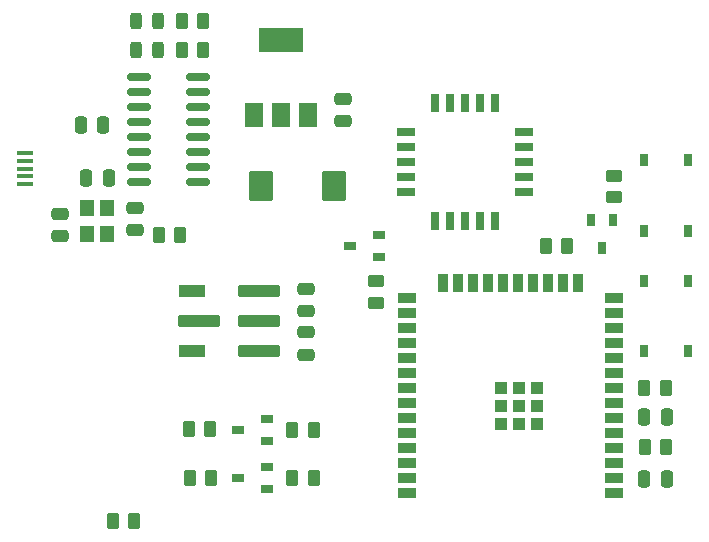
<source format=gtp>
G04 #@! TF.GenerationSoftware,KiCad,Pcbnew,7.0.7*
G04 #@! TF.CreationDate,2023-11-16T11:56:59+01:00*
G04 #@! TF.ProjectId,ithowifi_4l,6974686f-7769-4666-995f-346c2e6b6963,rev?*
G04 #@! TF.SameCoordinates,Original*
G04 #@! TF.FileFunction,Paste,Top*
G04 #@! TF.FilePolarity,Positive*
%FSLAX46Y46*%
G04 Gerber Fmt 4.6, Leading zero omitted, Abs format (unit mm)*
G04 Created by KiCad (PCBNEW 7.0.7) date 2023-11-16 11:56:59*
%MOMM*%
%LPD*%
G01*
G04 APERTURE LIST*
G04 Aperture macros list*
%AMRoundRect*
0 Rectangle with rounded corners*
0 $1 Rounding radius*
0 $2 $3 $4 $5 $6 $7 $8 $9 X,Y pos of 4 corners*
0 Add a 4 corners polygon primitive as box body*
4,1,4,$2,$3,$4,$5,$6,$7,$8,$9,$2,$3,0*
0 Add four circle primitives for the rounded corners*
1,1,$1+$1,$2,$3*
1,1,$1+$1,$4,$5*
1,1,$1+$1,$6,$7*
1,1,$1+$1,$8,$9*
0 Add four rect primitives between the rounded corners*
20,1,$1+$1,$2,$3,$4,$5,0*
20,1,$1+$1,$4,$5,$6,$7,0*
20,1,$1+$1,$6,$7,$8,$9,0*
20,1,$1+$1,$8,$9,$2,$3,0*%
G04 Aperture macros list end*
%ADD10R,1.500000X0.900000*%
%ADD11R,0.900000X1.500000*%
%ADD12R,1.050000X1.050000*%
%ADD13RoundRect,0.250000X0.262500X0.450000X-0.262500X0.450000X-0.262500X-0.450000X0.262500X-0.450000X0*%
%ADD14RoundRect,0.250000X-0.262500X-0.450000X0.262500X-0.450000X0.262500X0.450000X-0.262500X0.450000X0*%
%ADD15RoundRect,0.250000X0.450000X-0.262500X0.450000X0.262500X-0.450000X0.262500X-0.450000X-0.262500X0*%
%ADD16R,1.350000X0.400000*%
%ADD17RoundRect,0.250000X0.250000X0.475000X-0.250000X0.475000X-0.250000X-0.475000X0.250000X-0.475000X0*%
%ADD18R,1.000000X0.700000*%
%ADD19R,1.500000X2.000000*%
%ADD20R,3.800000X2.000000*%
%ADD21R,0.800000X1.500000*%
%ADD22R,1.500000X0.800000*%
%ADD23RoundRect,0.105000X1.655000X-0.420000X1.655000X0.420000X-1.655000X0.420000X-1.655000X-0.420000X0*%
%ADD24RoundRect,0.105000X1.005000X-0.420000X1.005000X0.420000X-1.005000X0.420000X-1.005000X-0.420000X0*%
%ADD25RoundRect,0.250000X0.475000X-0.250000X0.475000X0.250000X-0.475000X0.250000X-0.475000X-0.250000X0*%
%ADD26RoundRect,0.250000X-0.475000X0.250000X-0.475000X-0.250000X0.475000X-0.250000X0.475000X0.250000X0*%
%ADD27R,0.700000X1.000000*%
%ADD28RoundRect,0.250000X-0.787500X-1.025000X0.787500X-1.025000X0.787500X1.025000X-0.787500X1.025000X0*%
%ADD29RoundRect,0.250000X-0.450000X0.262500X-0.450000X-0.262500X0.450000X-0.262500X0.450000X0.262500X0*%
%ADD30RoundRect,0.250000X-0.250000X-0.475000X0.250000X-0.475000X0.250000X0.475000X-0.250000X0.475000X0*%
%ADD31R,0.750000X1.000000*%
%ADD32RoundRect,0.243750X-0.243750X-0.456250X0.243750X-0.456250X0.243750X0.456250X-0.243750X0.456250X0*%
%ADD33RoundRect,0.150000X-0.825000X-0.150000X0.825000X-0.150000X0.825000X0.150000X-0.825000X0.150000X0*%
%ADD34R,1.200000X1.400000*%
G04 APERTURE END LIST*
D10*
X106743200Y-148615406D03*
X106743200Y-147345406D03*
X106743200Y-146075406D03*
X106743200Y-144805406D03*
X106743200Y-143535406D03*
X106743200Y-142265406D03*
X106743200Y-140995406D03*
X106743200Y-139725406D03*
X106743200Y-138455406D03*
X106743200Y-137185406D03*
X106743200Y-135915406D03*
X106743200Y-134645406D03*
X106743200Y-133375406D03*
X106743200Y-132105406D03*
D11*
X103713200Y-130855406D03*
X102443200Y-130855406D03*
X101173200Y-130855406D03*
X99903200Y-130855406D03*
X98633200Y-130855406D03*
X97363200Y-130855406D03*
X96093200Y-130855406D03*
X94823200Y-130855406D03*
X93553200Y-130855406D03*
X92283200Y-130855406D03*
D10*
X89243200Y-132105406D03*
X89243200Y-133375406D03*
X89243200Y-134645406D03*
X89243200Y-135915406D03*
X89243200Y-137185406D03*
X89243200Y-138455406D03*
X89243200Y-139725406D03*
X89243200Y-140995406D03*
X89243200Y-142265406D03*
X89243200Y-143535406D03*
X89243200Y-144805406D03*
X89243200Y-146075406D03*
X89243200Y-147345406D03*
X89243200Y-148615406D03*
D12*
X100198200Y-142800406D03*
X100198200Y-141275406D03*
X100198200Y-139750406D03*
X98673200Y-142800406D03*
X98673200Y-141275406D03*
X98673200Y-139750406D03*
X97148200Y-142800406D03*
X97148200Y-141275406D03*
X97148200Y-139750406D03*
D13*
X111131500Y-139734000D03*
X109306500Y-139734000D03*
D14*
X109330000Y-144754600D03*
X111155000Y-144754600D03*
D15*
X86600000Y-132500000D03*
X86600000Y-130675000D03*
D16*
X56853200Y-119868000D03*
X56853200Y-120518000D03*
X56853200Y-121168000D03*
X56853200Y-121818000D03*
X56853200Y-122468000D03*
D17*
X111182000Y-147412500D03*
X109282000Y-147412500D03*
D18*
X77338202Y-144234092D03*
X77338202Y-142334092D03*
X74938202Y-143284092D03*
X77338200Y-148296600D03*
X77338200Y-146396600D03*
X74938200Y-147346600D03*
D14*
X79476200Y-147320000D03*
X81301200Y-147320000D03*
X79476200Y-143319500D03*
X81301200Y-143319500D03*
D13*
X72620700Y-147372000D03*
X70795700Y-147372000D03*
X70024000Y-126746000D03*
X68199000Y-126746000D03*
D19*
X76211400Y-116599500D03*
X78511400Y-116599500D03*
D20*
X78511400Y-110299500D03*
D19*
X80811400Y-116599500D03*
D21*
X96640000Y-115600000D03*
X95370010Y-115600000D03*
X94100000Y-115600000D03*
X92830000Y-115600000D03*
X91560000Y-115600000D03*
D22*
X89100000Y-118060000D03*
X89100000Y-119329990D03*
X89100000Y-120600000D03*
X89100000Y-121870000D03*
X89100000Y-123140000D03*
D21*
X91560000Y-125600000D03*
X92830000Y-125600000D03*
X94100000Y-125600000D03*
X95370010Y-125600000D03*
X96640000Y-125600000D03*
D22*
X99100000Y-123140000D03*
X99100000Y-121870000D03*
X99100000Y-120600000D03*
X99100000Y-119329990D03*
X99100000Y-118060000D03*
D13*
X66103300Y-150977600D03*
X64278300Y-150977600D03*
D23*
X76708000Y-136634500D03*
X76708000Y-134094500D03*
X76708000Y-131554500D03*
D24*
X70978000Y-131554500D03*
D23*
X71628000Y-134094500D03*
D24*
X70978000Y-136634500D03*
D13*
X72568200Y-143243500D03*
X70743200Y-143243500D03*
D25*
X80645000Y-136906000D03*
X80645000Y-135006000D03*
D26*
X80645000Y-131318000D03*
X80645000Y-133218000D03*
D13*
X102775000Y-127750000D03*
X100950000Y-127750000D03*
D18*
X86800000Y-128650000D03*
X86800000Y-126750000D03*
X84400000Y-127700000D03*
D27*
X106650000Y-125500000D03*
X104750000Y-125500000D03*
X105700000Y-127900000D03*
D28*
X76821300Y-122631200D03*
X83046300Y-122631200D03*
D29*
X106700000Y-121775000D03*
X106700000Y-123600000D03*
D30*
X109301200Y-142189200D03*
X111201200Y-142189200D03*
D31*
X109250000Y-130638011D03*
X109250000Y-136638011D03*
X113000000Y-130638011D03*
X113000000Y-136638011D03*
D17*
X63942000Y-121920000D03*
X62042000Y-121920000D03*
D26*
X66167000Y-124460000D03*
X66167000Y-126360000D03*
D17*
X63500000Y-117475000D03*
X61600000Y-117475000D03*
D32*
X66262000Y-108666000D03*
X68137000Y-108666000D03*
D13*
X71962000Y-111092000D03*
X70137000Y-111092000D03*
X71962000Y-108666000D03*
X70137000Y-108666000D03*
D33*
X66538400Y-113414600D03*
X66538400Y-114684600D03*
X66538400Y-115954600D03*
X66538400Y-117224600D03*
X66538400Y-118494600D03*
X66538400Y-119764600D03*
X66538400Y-121034600D03*
X66538400Y-122304600D03*
X71488400Y-122304600D03*
X71488400Y-121034600D03*
X71488400Y-119764600D03*
X71488400Y-118494600D03*
X71488400Y-117224600D03*
X71488400Y-115954600D03*
X71488400Y-114684600D03*
X71488400Y-113414600D03*
D34*
X62142000Y-124503000D03*
X62142000Y-126703000D03*
X63842000Y-126703000D03*
X63842000Y-124503000D03*
D32*
X66262000Y-111092000D03*
X68137000Y-111092000D03*
D25*
X59817000Y-126868000D03*
X59817000Y-124968000D03*
D31*
X112991593Y-126444000D03*
X112991593Y-120444000D03*
X109241593Y-126444000D03*
X109241593Y-120444000D03*
D25*
X83820000Y-117155000D03*
X83820000Y-115255000D03*
M02*

</source>
